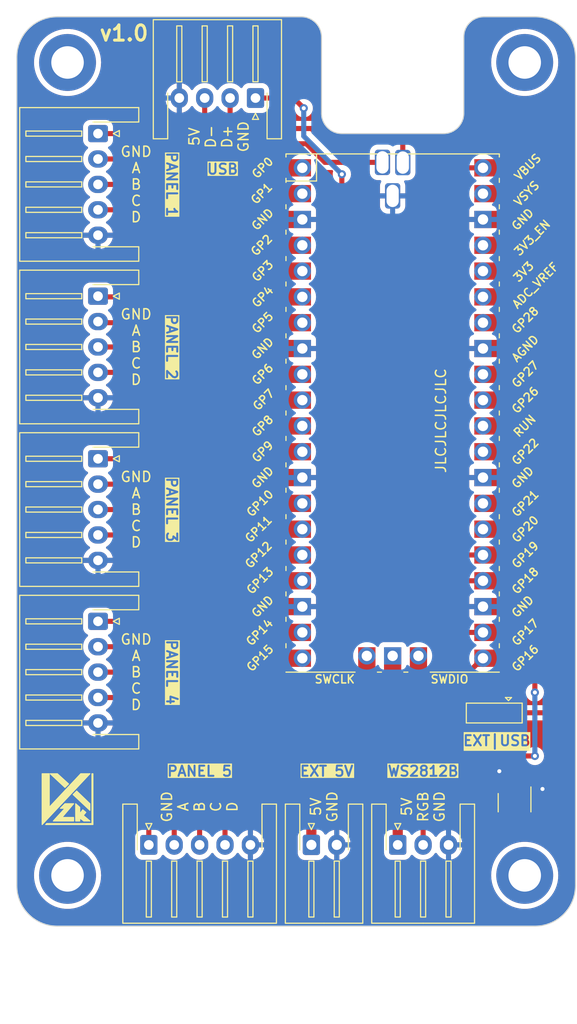
<source format=kicad_pcb>
(kicad_pcb (version 20221018) (generator pcbnew)
  (layers (0 "F.Cu" signal) (31 "B.Cu" signal) (34 "B.Paste" user) (35 "F.Paste" user) (36 "B.SilkS" user "B.Silkscreen") (37 "F.SilkS" user "F.Silkscreen") (38 "B.Mask" user) (39 "F.Mask" user) (44 "Edge.Cuts" user))
  (net 0 "")
  (net 1 "GND")
  (net 2 "PANEL1_A")
  (net 3 "PANEL1_B")
  (net 4 "PANEL1_C")
  (net 5 "PANEL1_D")
  (net 6 "PANEL2_A")
  (net 7 "PANEL2_B")
  (net 8 "PANEL2_C")
  (net 9 "PANEL2_D")
  (net 10 "PANEL3_A")
  (net 11 "PANEL3_B")
  (net 12 "PANEL3_C")
  (net 13 "PANEL3_D")
  (net 14 "PANEL4_A")
  (net 15 "PANEL4_B")
  (net 16 "PANEL4_C")
  (net 17 "PANEL4_D")
  (net 18 "PANEL5_A")
  (net 19 "PANEL5_B")
  (net 20 "PANEL5_C")
  (net 21 "PANEL5_D")
  (net 22 "+5V")
  (net 23 "D-")
  (net 24 "D+")
  (net 25 "RGB_OUT")
  (net 30 "Net-(U1-GPIO21)")
  (net 40 "+5VD")
  (net 41 "+5VP")
  (footprint "MountingHole:MountingHole_3.2mm_M3_DIN965_Pad" (layer "F.Cu") (at 135 50)
    (fp_text reference "H1" hide)
    (fp_text value "MountingHole")
    (pad "1" thru_hole circle (at 0 0) (size 5.6 5.6) (drill 3.2) (layers "*.Cu" "*.Mask"))
  )
  (footprint "Jumper:SolderJumper-3_P2.0mm_Open_TrianglePad1.0x1.5mm" (layer "F.Cu") (at 132 114 180)
    (fp_text reference "JP1" hide)
    (fp_text value "Jumper_3_Open")
    (pad "1" smd custom (at -2 0 180) (size 0.3 0.3) (layers "F.Cu" "F.Mask") (net 22 "+5V") (options (clearance outline) (anchor rect)) (primitives (gr_poly (pts (xy 1 0) (xy 0.5 0.75) (xy -0.5 0.75) (xy -0.5 -0.75) (xy 0.5 -0.75)) (width 0) (fill yes))))
    (pad "2" smd custom (at 0 0 180) (size 0.3 0.3) (layers "F.Cu") (net 40 "+5VD") (options (clearance outline) (anchor rect)) (primitives (gr_poly (pts (xy 0.7 0) (xy 1.2 0.75) (xy -1.2 0.75) (xy -0.7 0) (xy -1.2 -0.75) (xy 1.2 -0.75)) (width 0) (fill yes))))
    (pad "3" smd custom (at 2 0) (size 0.3 0.3) (layers "F.Cu" "F.Mask") (net 41 "+5VP") (options (clearance outline) (anchor rect)) (primitives (gr_poly (pts (xy 1 0) (xy 0.5 0.75) (xy -0.5 0.75) (xy -0.5 -0.75) (xy 0.5 -0.75)) (width 0) (fill yes))))
  )
  (footprint "Connector_JST:JST_XH_S2B-XH-A-1_1x02_P2.50mm_Horizontal" (layer "F.Cu") (at 114 127)
    (fp_text reference "J8" hide)
    (fp_text value "XH-2")
    (pad "1" thru_hole roundrect (at 0 0) (size 1.7 2) (drill 1) (layers "*.Cu" "*.Mask") (roundrect_rratio 0.1470588235) (net 41 "+5VP"))
    (pad "2" thru_hole oval (at 2.5 0) (size 1.7 2) (drill 1) (layers "*.Cu" "*.Mask") (net 1 "GND"))
  )
  (footprint "Connector_JST:JST_XH_S5B-XH-A-1_1x05_P2.50mm_Horizontal" (layer "F.Cu") (at 93 105 -90)
    (fp_text reference "J4" hide)
    (fp_text value "XH-5")
    (pad "1" thru_hole roundrect (at 0 0 270) (size 1.7 1.95) (drill 0.95) (layers "*.Cu" "*.Mask") (roundrect_rratio 0.1470588235) (net 14 "PANEL4_A"))
    (pad "2" thru_hole oval (at 2.5 0 270) (size 1.7 1.95) (drill 0.95) (layers "*.Cu" "*.Mask") (net 15 "PANEL4_B"))
    (pad "3" thru_hole oval (at 5 0 270) (size 1.7 1.95) (drill 0.95) (layers "*.Cu" "*.Mask") (net 16 "PANEL4_C"))
    (pad "4" thru_hole oval (at 7.5 0 270) (size 1.7 1.95) (drill 0.95) (layers "*.Cu" "*.Mask") (net 17 "PANEL4_D"))
    (pad "5" thru_hole oval (at 10 0 270) (size 1.7 1.95) (drill 0.95) (layers "*.Cu" "*.Mask") (net 1 "GND"))
  )
  (footprint "Connector_JST:JST_XH_S5B-XH-A-1_1x05_P2.50mm_Horizontal" (layer "F.Cu") (at 93 57 -90)
    (fp_text reference "J1" hide)
    (fp_text value "XH-5")
    (pad "1" thru_hole roundrect (at 0 0 270) (size 1.7 1.95) (drill 0.95) (layers "*.Cu" "*.Mask") (roundrect_rratio 0.1470588235) (net 2 "PANEL1_A"))
    (pad "2" thru_hole oval (at 2.5 0 270) (size 1.7 1.95) (drill 0.95) (layers "*.Cu" "*.Mask") (net 3 "PANEL1_B"))
    (pad "3" thru_hole oval (at 5 0 270) (size 1.7 1.95) (drill 0.95) (layers "*.Cu" "*.Mask") (net 4 "PANEL1_C"))
    (pad "4" thru_hole oval (at 7.5 0 270) (size 1.7 1.95) (drill 0.95) (layers "*.Cu" "*.Mask") (net 5 "PANEL1_D"))
    (pad "5" thru_hole oval (at 10 0 270) (size 1.7 1.95) (drill 0.95) (layers "*.Cu" "*.Mask") (net 1 "GND"))
  )
  (footprint "MountingHole:MountingHole_3.2mm_M3_DIN965_Pad" (layer "F.Cu") (at 90 130)
    (fp_text reference "H3" hide)
    (fp_text value "MountingHole")
    (pad "1" thru_hole circle (at 0 0) (size 5.6 5.6) (drill 3.2) (layers "*.Cu" "*.Mask"))
  )
  (footprint "MountingHole:MountingHole_3.2mm_M3_DIN965_Pad" (layer "F.Cu") (at 90 50)
    (fp_text reference "H4" hide)
    (fp_text value "MountingHole")
    (pad "1" thru_hole circle (at 0 0) (size 5.6 5.6) (drill 3.2) (layers "*.Cu" "*.Mask"))
  )
  (footprint "Connector_JST:JST_XH_S5B-XH-A-1_1x05_P2.50mm_Horizontal" (layer "F.Cu") (at 93 89 -90)
    (fp_text reference "J3" hide)
    (fp_text value "XH-5")
    (pad "1" thru_hole roundrect (at 0 0 270) (size 1.7 1.95) (drill 0.95) (layers "*.Cu" "*.Mask") (roundrect_rratio 0.1470588235) (net 10 "PANEL3_A"))
    (pad "2" thru_hole oval (at 2.5 0 270) (size 1.7 1.95) (drill 0.95) (layers "*.Cu" "*.Mask") (net 11 "PANEL3_B"))
    (pad "3" thru_hole oval (at 5 0 270) (size 1.7 1.95) (drill 0.95) (layers "*.Cu" "*.Mask") (net 12 "PANEL3_C"))
    (pad "4" thru_hole oval (at 7.5 0 270) (size 1.7 1.95) (drill 0.95) (layers "*.Cu" "*.Mask") (net 13 "PANEL3_D"))
    (pad "5" thru_hole oval (at 10 0 270) (size 1.7 1.95) (drill 0.95) (layers "*.Cu" "*.Mask") (net 1 "GND"))
  )
  (footprint "Connector_JST:JST_XH_S5B-XH-A-1_1x05_P2.50mm_Horizontal" (layer "F.Cu") (at 98 127)
    (fp_text reference "J5" hide)
    (fp_text value "XH-5")
    (pad "1" thru_hole roundrect (at 0 0) (size 1.7 1.95) (drill 0.95) (layers "*.Cu" "*.Mask") (roundrect_rratio 0.1470588235) (net 18 "PANEL5_A"))
    (pad "2" thru_hole oval (at 2.5 0) (size 1.7 1.95) (drill 0.95) (layers "*.Cu" "*.Mask") (net 19 "PANEL5_B"))
    (pad "3" thru_hole oval (at 5 0) (size 1.7 1.95) (drill 0.95) (layers "*.Cu" "*.Mask") (net 20 "PANEL5_C"))
    (pad "4" thru_hole oval (at 7.5 0) (size 1.7 1.95) (drill 0.95) (layers "*.Cu" "*.Mask") (net 21 "PANEL5_D"))
    (pad "5" thru_hole oval (at 10 0) (size 1.7 1.95) (drill 0.95) (layers "*.Cu" "*.Mask") (net 1 "GND"))
  )
  (footprint "Connector_JST:JST_XH_S4B-XH-A-1_1x04_P2.50mm_Horizontal" (layer "F.Cu") (at 108.5 53.5 180)
    (fp_text reference "J6" hide)
    (fp_text value "XH-4")
    (pad "1" thru_hole roundrect (at 0 0 180) (size 1.7 1.95) (drill 0.95) (layers "*.Cu" "*.Mask") (roundrect_rratio 0.1470588235) (net 22 "+5V"))
    (pad "2" thru_hole oval (at 2.5 0 180) (size 1.7 1.95) (drill 0.95) (layers "*.Cu" "*.Mask") (net 23 "D-"))
    (pad "3" thru_hole oval (at 5 0 180) (size 1.7 1.95) (drill 0.95) (layers "*.Cu" "*.Mask") (net 24 "D+"))
    (pad "4" thru_hole oval (at 7.5 0 180) (size 1.7 1.95) (drill 0.95) (layers "*.Cu" "*.Mask") (net 1 "GND"))
  )
  (footprint "Connector_JST:JST_XH_S3B-XH-A-1_1x03_P2.50mm_Horizontal" (layer "F.Cu") (at 122.5 127)
    (fp_text reference "J7" hide)
    (fp_text value "XH-3")
    (pad "1" thru_hole roundrect (at 0 0) (size 1.7 1.95) (drill 0.95) (layers "*.Cu" "*.Mask") (roundrect_rratio 0.1470588235) (net 40 "+5VD"))
    (pad "2" thru_hole oval (at 2.5 0) (size 1.7 1.95) (drill 0.95) (layers "*.Cu" "*.Mask") (net 25 "RGB_OUT"))
    (pad "3" thru_hole oval (at 5 0) (size 1.7 1.95) (drill 0.95) (layers "*.Cu" "*.Mask") (net 1 "GND"))
  )
  (footprint "Connector_JST:JST_XH_S5B-XH-A-1_1x05_P2.50mm_Horizontal" (layer "F.Cu") (at 93 73 -90)
    (fp_text reference "J2" hide)
    (fp_text value "XH-5")
    (pad "1" thru_hole roundrect (at 0 0 270) (size 1.7 1.95) (drill 0.95) (layers "*.Cu" "*.Mask") (roundrect_rratio 0.1470588235) (net 6 "PANEL2_A"))
    (pad "2" thru_hole oval (at 2.5 0 270) (size 1.7 1.95) (drill 0.95) (layers "*.Cu" "*.Mask") (net 7 "PANEL2_B"))
    (pad "3" thru_hole oval (at 5 0 270) (size 1.7 1.95) (drill 0.95) (layers "*.Cu" "*.Mask") (net 8 "PANEL2_C"))
    (pad "4" thru_hole oval (at 7.5 0 270) (size 1.7 1.95) (drill 0.95) (layers "*.Cu" "*.Mask") (net 9 "PANEL2_D"))
    (pad "5" thru_hole oval (at 10 0 270) (size 1.7 1.95) (drill 0.95) (layers "*.Cu" "*.Mask") (net 1 "GND"))
  )
  (footprint "MountingHole:MountingHole_3.2mm_M3_DIN965_Pad" (layer "F.Cu") (at 135 130)
    (fp_text reference "H2" hide)
    (fp_text value "MountingHole")
    (pad "1" thru_hole circle (at 0 0) (size 5.6 5.6) (drill 3.2) (layers "*.Cu" "*.Mask"))
  )
  (footprint "VXZK:vxzk_logo" (layer "F.Cu") (at 90 122.5)
    (fp_text reference "G***" hide)
    (fp_text value "LOGO" hide)
  )
  (footprint "Package_TO_SOT_SMD:SOT-23-5_HandSoldering" (layer "F.Cu") (at 134 122.85 -90)
    (fp_text reference "U2" hide)
    (fp_text value "74AHCT1G125")
    (pad "1" smd rect (at -1.35 -0.95 270) (size 1.56 0.65) (layers "F.Cu" "F.Paste" "F.Mask") (net 1 "GND"))
    (pad "2" smd rect (at -1.35 0 270) (size 1.56 0.65) (layers "F.Cu" "F.Paste" "F.Mask") (net 30 "Net-(U1-GPIO21)"))
    (pad "3" smd rect (at -1.35 0.95 270) (size 1.56 0.65) (layers "F.Cu" "F.Paste" "F.Mask") (net 1 "GND"))
    (pad "4" smd rect (at 1.35 0.95 270) (size 1.56 0.65) (layers "F.Cu" "F.Paste" "F.Mask") (net 25 "RGB_OUT"))
    (pad "5" smd rect (at 1.35 -0.95 270) (size 1.56 0.65) (layers "F.Cu" "F.Paste" "F.Mask") (net 40 "+5VD"))
  )
  (footprint "MCU_RaspberryPi_and_Boards:RPi_Pico_SMD_TH" (layer "F.Cu") (at 122 84.5)
    (fp_text reference "U1" hide)
    (fp_text value "Pico")
    (fp_text user "GP15" (at -13.054 24.13 45) (layer "F.SilkS") (effects (font (size 0.8 0.8))))
    (fp_text user "VBUS" (at 13.3 -24.2 45) (layer "F.SilkS") (effects (font (size 0.8 0.8))))
    (fp_text user "GP14" (at -13.1 21.59 45) (layer "F.SilkS") (effects (font (size 0.8 0.8))))
    (fp_text user "GP21" (at 13.054 8.9 45) (layer "F.SilkS") (effects (font (size 0.8 0.8))))
    (fp_text user "GP22" (at 13.054 3.81 45) (layer "F.SilkS") (effects (font (size 0.8 0.8))))
    (fp_text user "GP12" (at -13.2 13.97 45) (layer "F.SilkS") (effects (font (size 0.8 0.8))))
    (fp_text user "GP5" (at -12.8 -8.89 45) (layer "F.SilkS") (effects (font (size 0.8 0.8))))
    (fp_text user "GP7" (at -12.7 -1.3 45) (layer "F.SilkS") (effects (font (size 0.8 0.8))))
    (fp_text user "GP19" (at 13.054 13.97 45) (layer "F.SilkS") (effects (font (size 0.8 0.8))))
    (fp_text user "3V3" (at 12.9 -13.9 45) (layer "F.SilkS") (effects (font (size 0.8 0.8))))
    (fp_text user "GP11" (at -13.2 11.43 45) (layer "F.SilkS") (effects (font (size 0.8 0.8))))
    (fp_text user "SWDIO" (at 5.6 26.2) (layer "F.SilkS") (effects (font (size 0.8 0.8))))
    (fp_text user "3V3_EN" (at 13.75 -17.25 45) (layer "F.SilkS") (effects (font (size 0.8 0.8))))
    (fp_text user "GP8" (at -12.8 1.27 45) (layer "F.SilkS") (effects (font (size 0.8 0.8))))
    (fp_text user "GP1" (at -12.9 -21.6 45) (layer "F.SilkS") (effects (font (size 0.8 0.8))))
    (fp_text user "GP2" (at -12.9 -16.51 45) (layer "F.SilkS") (effects (font (size 0.8 0.8))))
    (fp_text user "GP18" (at 13.054 16.51 45) (layer "F.SilkS") (effects (font (size 0.8 0.8))))
    (fp_text user "VSYS" (at 13.2 -21.59 45) (layer "F.SilkS") (effects (font (size 0.8 0.8))))
    (fp_text user "RUN" (at 13 1.27 45) (layer "F.SilkS") (effects (font (size 0.8 0.8))))
    (fp_text user "GND" (at 12.8 6.35 45) (layer "F.SilkS") (effects (font (size 0.8 0.8))))
    (fp_text user "GP10" (at -13.054 8.89 45) (layer "F.SilkS") (effects (font (size 0.8 0.8))))
    (fp_text user "GP28" (at 13.054 -9.144 45) (layer "F.SilkS") (effects (font (size 0.8 0.8))))
    (fp_text user "GND" (at 12.8 -19.05 45) (layer "F.SilkS") (effects (font (size 0.8 0.8))))
    (fp_text user "GND" (at -12.8 6.35 45) (layer "F.SilkS") (effects (font (size 0.8 0.8))))
    (fp_text user "GP13" (at -13.054 16.51 45) (layer "F.SilkS") (effects (font (size 0.8 0.8))))
    (fp_text user "GP16" (at 13.054 24.13 45) (layer "F.SilkS") (effects (font (size 0.8 0.8))))
    (fp_text user "GP20" (at 13.054 11.43 45) (layer "F.SilkS") (effects (font (size 0.8 0.8))))
    (fp_text user "GP9" (at -12.8 3.81 45) (layer "F.SilkS") (effects (font (size 0.8 0.8))))
    (fp_text user "GP4" (at -12.8 -11.43 45) (layer "F.SilkS") (effects (font (size 0.8 0.8))))
    (fp_text user "GP26" (at 13.054 -1.27 45) (layer "F.SilkS") (effects (font (size 0.8 0.8))))
    (fp_text user "GND" (at -12.8 -6.35 45) (layer "F.SilkS") (effects (font (size 0.8 0.8))))
    (fp_text user "GP0" (at -12.8 -24.13 45) (layer "F.SilkS") (effects (font (size 0.8 0.8))))
    (fp_text user "GND" (at -12.8 19.05 45) (layer "F.SilkS") (effects (font (size 0.8 0.8))))
    (fp_text user "GP6" (at -12.8 -3.81 45) (layer "F.SilkS") (effects (font (size 0.8 0.8))))
    (fp_text user "GND" (at -12.8 -19.05 45) (layer "F.SilkS") (effects (font (size 0.8 0.8))))
    (fp_text user "GND" (at 12.8 19.05 45) (layer "F.SilkS") (effects (font (size 0.8 0.8))))
    (fp_text user "ADC_VREF" (at 14.05 -12.55 45) (layer "F.SilkS") (effects (font (size 0.8 0.8))))
    (fp_text user "GP27" (at 13.054 -3.8 45) (layer "F.SilkS") (effects (font (size 0.8 0.8))))
    (fp_text user "GP3" (at -12.8 -13.97 45) (layer "F.SilkS") (effects (font (size 0.8 0.8))))
    (fp_text user "SWCLK" (at -5.7 26.2) (layer "F.SilkS") (effects (font (size 0.8 0.8))))
    (fp_text user "GP17" (at 13.054 21.59 45) (layer "F.SilkS") (effects (font (size 0.8 0.8))))
    (fp_text user "AGND" (at 13.054 -6.35 45) (layer "F.SilkS") (effects (font (size 0.8 0.8))))
    (pad "1" thru_hole oval (at -8.89 -24.13) (size 1.7 1.7) (drill 1.02) (layers "*.Cu" "*.Mask") (net 2 "PANEL1_A"))
    (pad "1" smd rect (at -8.89 -24.13) (size 3.5 1.7) (drill (offset -0.9 0)) (layers "F.Cu" "F.Mask") (net 2 "PANEL1_A"))
    (pad "2" thru_hole oval (at -8.89 -21.59) (size 1.7 1.7) (drill 1.02) (layers "*.Cu" "*.Mask") (net 3 "PANEL1_B"))
    (pad "2" smd rect (at -8.89 -21.59) (size 3.5 1.7) (drill (offset -0.9 0)) (layers "F.Cu" "F.Mask") (net 3 "PANEL1_B"))
    (pad "3" thru_hole rect (at -8.89 -19.05) (size 1.7 1.7) (drill 1.02) (layers "*.Cu" "*.Mask") (net 1 "GND"))
    (pad "3" smd rect (at -8.89 -19.05) (size 3.5 1.7) (drill (offset -0.9 0)) (layers "F.Cu" "F.Mask") (net 1 "GND"))
    (pad "4" thru_hole oval (at -8.89 -16.51) (size 1.7 1.7) (drill 1.02) (layers "*.Cu" "*.Mask") (net 4 "PANEL1_C"))
    (pad "4" smd rect (at -8.89 -16.51) (size 3.5 1.7) (drill (offset -0.9 0)) (layers "F.Cu" "F.Mask") (net 4 "PANEL1_C"))
    (pad "5" thru_hole oval (at -8.89 -13.97) (size 1.7 1.7) (drill 1.02) (layers "*.Cu" "*.Mask") (net 5 "PANEL1_D"))
    (pad "5" smd rect (at -8.89 -13.97) (size 3.5 1.7) (drill (offset -0.9 0)) (layers "F.Cu" "F.Mask") (net 5 "PANEL1_D"))
    (pad "6" thru_hole oval (at -8.89 -11.43) (size 1.7 1.7) (drill 1.02) (layers "*.Cu" "*.Mask") (net 6 "PANEL2_A"))
    (pad "6" smd rect (at -8.89 -11.43) (size 3.5 1.7) (drill (offset -0.9 0)) (layers "F.Cu" "F.Mask") (net 6 "PANEL2_A"))
    (pad "7" thru_hole oval (at -8.89 -8.89) (size 1.7 1.7) (drill 1.02) (layers "*.Cu" "*.Mask") (net 7 "PANEL2_B"))
    (pad "7" smd rect (at -8.89 -8.89) (size 3.5 1.7) (drill (offset -0.9 0)) (layers "F.Cu" "F.Mask") (net 7 "PANEL2_B"))
    (pad "8" thru_hole rect (at -8.89 -6.35) (size 1.7 1.7) (drill 1.02) (layers "*.Cu" "*.Mask") (net 1 "GND"))
    (pad "8" smd rect (at -8.89 -6.35) (size 3.5 1.7) (drill (offset -0.9 0)) (layers "F.Cu" "F.Mask") (net 1 "GND"))
    (pad "9" thru_hole oval (at -8.89 -3.81) (size 1.7 1.7) (drill 1.02) (layers "*.Cu" "*.Mask") (net 8 "PANEL2_C"))
    (pad "9" smd rect (at -8.89 -3.81) (size 3.5 1.7) (drill (offset -0.9 0)) (layers "F.Cu" "F.Mask") (net 8 "PANEL2_C"))
    (pad "10" thru_hole oval (at -8.89 -1.27) (size 1.7 1.7) (drill 1.02) (layers "*.Cu" "*.Mask") (net 9 "PANEL2_D"))
    (pad "10" smd rect (at -8.89 -1.27) (size 3.5 1.7) (drill (offset -0.9 0)) (layers "F.Cu" "F.Mask") (net 9 "PANEL2_D"))
    (pad "11" thru_hole oval (at -8.89 1.27) (size 1.7 1.7) (drill 1.02) (layers "*.Cu" "*.Mask") (net 10 "PANEL3_A"))
    (pad "11" smd rect (at -8.89 1.27) (size 3.5 1.7) (drill (offset -0.9 0)) (layers "F.Cu" "F.Mask") (net 10 "PANEL3_A"))
    (pad "12" thru_hole oval (at -8.89 3.81) (size 1.7 1.7) (drill 1.02) (layers "*.Cu" "*.Mask") (net 11 "PANEL3_B"))
    (pad "12" smd rect (at -8.89 3.81) (size 3.5 1.7) (drill (offset -0.9 0)) (layers "F.Cu" "F.Mask") (net 11 "PANEL3_B"))
    (pad "13" thru_hole rect (at -8.89 6.35) (size 1.7 1.7) (drill 1.02) (layers "*.Cu" "*.Mask") (net 1 "GND"))
    (pad "13" smd rect (at -8.89 6.35) (size 3.5 1.7) (drill (offset -0.9 0)) (layers "F.Cu" "F.Mask") (net 1 "GND"))
    (pad "14" thru_hole oval (at -8.89 8.89) (size 1.7 1.7) (drill 1.02) (layers "*.Cu" "*.Mask") (net 12 "PANEL3_C"))
    (pad "14" smd rect (at -8.89 8.89) (size 3.5 1.7) (drill (offset -0.9 0)) (layers "F.Cu" "F.Mask") (net 12 "PANEL3_C"))
    (pad "15" thru_hole oval (at -8.89 11.43) (size 1.7 1.7) (drill 1.02) (layers "*.Cu" "*.Mask") (net 13 "PANEL3_D"))
    (pad "15" smd rect (at -8.89 11.43) (size 3.5 1.7) (drill (offset -0.9 0)) (layers "F.Cu" "F.Mask") (net 13 "PANEL3_D"))
    (pad "16" thru_hole oval (at -8.89 13.97) (size 1.7 1.7) (drill 1.02) (layers "*.Cu" "*.Mask") (net 14 "PANEL4_A"))
    (pad "16" smd rect (at -8.89 13.97) (size 3.5 1.7) (drill (offset -0.9 0)) (layers "F.Cu" "F.Mask") (net 14 "PANEL4_A"))
    (pad "17" thru_hole oval (at -8.89 16.51) (size 1.7 1.7) (drill 1.02) (layers "*.Cu" "*.Mask") (net 15 "PANEL4_B"))
    (pad "17" smd rect (at -8.89 16.51) (size 3.5 1.7) (drill (offset -0.9 0)) (layers "F.Cu" "F.Mask") (net 15 "PANEL4_B"))
    (pad "18" thru_hole rect (at -8.89 19.05) (size 1.7 1.7) (drill 1.02) (layers "*.Cu" "*.Mask") (net 1 "GND"))
    (pad "18" smd rect (at -8.89 19.05) (size 3.5 1.7) (drill (offset -0.9 0)) (layers "F.Cu" "F.Mask") (net 1 "GND"))
    (pad "19" thru_hole oval (at -8.89 21.59) (size 1.7 1.7) (drill 1.02) (layers "*.Cu" "*.Mask") (net 16 "PANEL4_C"))
    (pad "19" smd rect (at -8.89 21.59) (size 3.5 1.7) (drill (offset -0.9 0)) (layers "F.Cu" "F.Mask") (net 16 "PANEL4_C"))
    (pad "20" thru_hole oval (at -8.89 24.13) (size 1.7 1.7) (drill 1.02) (layers "*.Cu" "*.Mask") (net 17 "PANEL4_D"))
    (pad "20" smd rect (at -8.89 24.13) (size 3.5 1.7) (drill (offset -0.9 0)) (layers "F.Cu" "F.Mask") (net 17 "PANEL4_D"))
    (pad "21" thru_hole oval (at 8.89 24.13) (size 1.7 1.7) (drill 1.02) (layers "*.Cu" "*.Mask") (net 21 "PANEL5_D"))
    (pad "21" smd rect (at 8.89 24.13) (size 3.5 1.7) (drill (offset 0.9 0)) (layers "F.Cu" "F.Mask") (net 21 "PANEL5_D"))
    (pad "22" thru_hole oval (at 8.89 21.59) (size 1.7 1.7) (drill 1.02) (layers "*.Cu" "*.Mask") (net 20 "PANEL5_C"))
    (pad "22" smd rect (at 8.89 21.59) (size 3.5 1.7) (drill (offset 0.9 0)) (layers "F.Cu" "F.Mask") (net 20 "PANEL5_C"))
    (pad "23" thru_hole rect (at 8.89 19.05) (size 1.7 1.7) (drill 1.02) (layers "*.Cu" "*.Mask") (net 1 "GND"))
    (pad "23" smd rect (at 8.89 19.05) (size 3.5 1.7) (drill (offset 0.9 0)) (layers "F.Cu" "F.Mask") (net 1 "GND"))
    (pad "24" thru_hole oval (at 8.89 16.51) (size 1.7 1.7) (drill 1.02) (layers "*.Cu" "*.Mask") (net 19 "PANEL5_B"))
    (pad "24" smd rect (at 8.89 16.51) (size 3.5 1.7) (drill (offset 0.9 0)) (layers "F.Cu" "F.Mask") (net 19 "PANEL5_B"))
    (pad "25" thru_hole oval (at 8.89 13.97) (size 1.7 1.7) (drill 1.02) (layers "*.Cu" "*.Mask") (net 18 "PANEL5_A"))
    (pad "25" smd rect (at 8.89 13.97) (size 3.5 1.7) (drill (offset 0.9 0)) (layers "F.Cu" "F.Mask") (net 18 "PANEL5_A"))
    (pad "26" thru_hole oval (at 8.89 11.43) (size 1.7 1.7) (drill 1.02) (layers "*.Cu" "*.Mask"))
    (pad "26" smd rect (at 8.89 11.43) (size 3.5 1.7) (drill (offset 0.9 0)) (layers "F.Cu" "F.Mask"))
    (pad "27" thru_hole oval (at 8.89 8.89) (size 1.7 1.7) (drill 1.02) (layers "*.Cu" "*.Mask") (net 30 "Net-(U1-GPIO21)"))
    (pad "27" smd rect (at 8.89 8.89) (size 3.5 1.7) (drill (offset 0.9 0)) (layers "F.Cu" "F.Mask") (net 30 "Net-(U1-GPIO21)"))
    (pad "28" thru_hole rect (at 8.89 6.35) (size 1.7 1.7) (drill 1.02) (layers "*.Cu" "*.Mask") (net 1 "GND"))
    (pad "28" smd rect (at 8.89 6.35) (size 3.5 1.7) (drill (offset 0.9 0)) (layers "F.Cu" "F.Mask") (net 1 "GND"))
    (pad "29" thru_hole oval (at 8.89 3.81) (size 1.7 1.7) (drill 1.02) (layers "*.Cu" "*.Mask"))
    (pad "29" smd rect (at 8.89 3.81) (size 3.5 1.7) (drill (offset 0.9 0)) (layers "F.Cu" "F.Mask"))
    (pad "30" thru_hole oval (at 8.89 1.27) (size 1.7 1.7) (drill 1.02) (layers "*.Cu" "*.Mask"))
    (pad "30" smd rect (at 8.89 1.27) (size 3.5 1.7) (drill (offset 0.9 0)) (layers "F.Cu" "F.Mask"))
    (pad "31" thru_hole oval (at 8.89 -1.27) (size 1.7 1.7) (drill 1.02) (layers "*.Cu" "*.Mask"))
    (pad "31" smd rect (at 8.89 -1.27) (size 3.5 1.7) (drill (offset 0.9 0)) (layers "F.Cu" "F.Mask"))
    (pad "32" thru_hole oval (at 8.89 -3.81) (size 1.7 1.7) (drill 1.02) (layers "*.Cu" "*.Mask"))
    (pad "32" smd rect (at 8.89 -3.81) (size 3.5 1.7) (drill (offset 0.9 0)) (layers "F.Cu" "F.Mask"))
    (pad "33" thru_hole rect (at 8.89 -6.35) (size 1.7 1.7) (drill 1.02) (layers "*.Cu" "*.Mask") (net 1 "GND"))
    (pad "33" smd rect (at 8.89 -6.35) (size 3.5 1.7) (drill (offset 0.9 0)) (layers "F.Cu" "F.Mask") (net 1 "GND"))
    (pad "34" thru_hole oval (at 8.89 -8.89) (size 1.7 1.7) (drill 1.02) (layers "*.Cu" "*.Mask"))
    (pad "34" smd rect (at 8.89 -8.89) (size 3.5 1.7) (drill (offset 0.9 0)) (layers "F.Cu" "F.Mask"))
    (pad "35" thru_hole oval (at 8.89 -11.43) (size 1.7 1.7) (drill 1.02) (layers "*.Cu" "*.Mask"))
    (pad "35" smd rect (at 8.89 -11.43) (size 3.5 1.7) (drill (offset 0.9 0)) (layers "F.Cu" "F.Mask"))
    (pad "36" thru_hole oval (at 8.89 -13.97) (size 1.7 1.7) (drill 1.02) (layers "*.Cu" "*.Mask"))
    (pad "36" smd rect (at 8.89 -13.97) (size 3.5 1.7) (drill (offset 0.9 0)) (layers "F.Cu" "F.Mask"))
    (pad "37" thru_hole oval (at 8.89 -16.51) (size 1.7 1.7) (drill 1.02) (layers "*.Cu" "*.Mask"))
    (pad "37" smd rect (at 8.89 -16.51) (size 3.5 1.7) (drill (offset 0.9 0)) (layers "F.Cu" "F.Mask"))
    (pad "38" thru_hole rect (at 8.89 -19.05) (size 1.7 1.7) (drill 1.02) (layers "*.Cu" "*.Mask") (net 1 "GND"))
    (pad "38" smd rect (at 8.89 -19.05) (size 3.5 1.7) (drill (offset 0.9 0)) (layers "F.Cu" "F.Mask") (net 1 "GND"))
    (pad "39" thru_hole oval (at 8.89 -21.59) (size 1.7 1.7) (drill 1.02) (layers "*.Cu" "*.Mask"))
    (pad "39" smd rect (at 8.89 -21.59) (size 3.5 1.7) (drill (offset 0.9 0)) (layers "F.Cu" "F.Mask"))
    (pad "40" thru_hole oval (at 8.89 -24.13) (size 1.7 1.7) (drill 1.02) (layers "*.Cu" "*.Mask") (net 22 "+5V"))
    (pad "40" smd rect (at 8.89 -24.13) (size 3.5 1.7) (drill (offset 0.9 0)) (layers "F.Cu" "F.Mask") (net 22 "+5V"))
    (pad "41" thru_hole oval (at -2.54 23.9) (size 1.7 1.7) (drill 1.02) (layers "*.Cu" "*.Mask"))
    (pad "41" smd rect (at -2.54 23.9 90) (size 3.5 1.7) (drill (offset -0.9 0)) (layers "F.Cu" "F.Mask"))
    (pad "42" thru_hole rect (at 0 23.9) (size 1.7 1.7) (drill 1.02) (layers "*.Cu" "*.Mask"))
    (pad "42" smd rect (at 0 23.9 90) (size 3.5 1.7) (drill (offset -0.9 0)) (layers "F.Cu" "F.Mask"))
    (pad "43" thru_hole oval (at 2.54 23.9) (size 1.7 1.7) (drill 1.02) (layers "*.Cu" "*.Mask"))
    (pad "43" smd rect (at 2.54 23.9 90) (size 3.5 1.7) (drill (offset -0.9 0)) (layers "F.Cu" "F.Mask"))
    (pad "TP1" thru_hole roundrect (at 0 -21.37) (size 1.5 2.5) (drill oval 1.2 2.2) (layers "*.Cu" "*.Mask") (roundrect_rratio 0.2) (net 1 "GND"))
    (pad "TP2" thru_hole roundrect (at 1 -24.65) (size 1.5 2.5) (drill oval 1.2 2.2) (layers "*.Cu" "*.Mask") (roundrect_rratio 0.2) (net 23 "D-"))
    (pad "TP3" thru_hole roundrect (at -1 -24.67) (size 1.5 2.5) (drill oval 1.2 2.2) (layers "*.Cu" "*.Mask") (roundrect_rratio 0.2) (net 24 "D+"))
  )
  (gr_arc (start 140 131) (mid 138.828427 133.828427) (end 136 135) (stroke (width 0.1)) (layer "Edge.Cuts"))
  (gr_arc (start 128.999999 54.999999) (mid 128.414213 56.414213) (end 126.999999 56.999999) (stroke (width 0.1)) (layer "Edge.Cuts"))
  (gr_arc (start 112.999999 45.500001) (mid 114.414213 46.085787) (end 114.999999 47.500001) (stroke (width 0.1)) (layer "Edge.Cuts"))
  (gr_line (start 117 57) (end 127 57) (stroke (width 0.1)) (layer "Edge.Cuts"))
  (gr_arc (start 85 49.5) (mid 86.171573 46.671573) (end 89 45.5) (stroke (width 0.1)) (layer "Edge.Cuts"))
  (gr_line (start 114.999999 47.500001) (end 115 55) (stroke (width 0.1)) (layer "Edge.Cuts"))
  (gr_arc (start 117 57) (mid 115.585786 56.414214) (end 115 55) (stroke (width 0.1)) (layer "Edge.Cuts"))
  (gr_line (start 131.000001 45.500001) (end 136 45.5) (stroke (width 0.1)) (layer "Edge.Cuts"))
  (gr_arc (start 136 45.5) (mid 138.828427 46.671573) (end 140 49.5) (stroke (width 0.1)) (layer "Edge.Cuts"))
  (gr_line (start 140 131) (end 140 49.5) (stroke (width 0.1)) (layer "Edge.Cuts"))
  (gr_arc (start 129.000001 47.500001) (mid 129.585787 46.085787) (end 131.000001 45.500001) (stroke (width 0.1)) (layer "Edge.Cuts"))
  (gr_line (start 85 49.5) (end 85 131) (stroke (width 0.1)) (layer "Edge.Cuts"))
  (gr_line (start 89 135) (end 136 135) (stroke (width 0.1)) (layer "Edge.Cuts"))
  (gr_line (start 128.999999 54.999999) (end 129.000001 47.500001) (stroke (width 0.1)) (layer "Edge.Cuts"))
  (gr_line (start 112.999999 45.500001) (end 89 45.5) (stroke (width 0.1)) (layer "Edge.Cuts"))
  (gr_arc (start 89 135) (mid 86.171573 133.828427) (end 85 131) (stroke (width 0.1)) (layer "Edge.Cuts"))
  (gr_text "PANEL 5" (at 103 119.75) (layer "F.SilkS" knockout) (effects (font (size 1 1) (thickness 0.2) bold)))
  (gr_text "EXT|USB" (at 132.25 116.75) (layer "F.SilkS" knockout) (effects (font (size 1 1) (thickness 0.2) bold)))
  (gr_text "5V\nD-\nD+\nGND" (at 104.9 57.3 90) (layer "F.SilkS") (effects (font (size 1 1))))
  (gr_text "JLCJLCJLCJLC" (at 126.75 85.25 90) (layer "F.SilkS") (effects (font (size 1 1))))
  (gr_text "USB" (at 105.25 60.5) (layer "F.SilkS" knockout) (effects (font (size 1 1) (thickness 0.2) bold)))
  (gr_text "GND\nA\nB\nC\nD" (at 96.75 94) (layer "F.SilkS") (effects (font (size 1 1))))
  (gr_text "PANEL 1" (at 100.25 62 270) (layer "F.SilkS" knockout) (effects (font (size 1 1) (thickness 0.2) bold)))
  (gr_text "PANEL 4" (at 100.25 110 270) (layer "F.SilkS" knockout) (effects (font (size 1 1) (thickness 0.2) bold)))
  (gr_text "PANEL 2" (at 100.25 78 270) (layer "F.SilkS" knockout) (effects (font (size 1 1) (thickness 0.2) bold)))
  (gr_text "GND\nA\nB\nC\nD" (at 96.75 62) (layer "F.SilkS") (effects (font (size 1 1))))
  (gr_text "5V\nRGB\nGND" (at 125 123.25 90) (layer "F.SilkS") (effects (font (size 1 1))))
  (gr_text "WS2812B" (at 125 119.75) (layer "F.SilkS" knockout) (effects (font (size 1 1) (thickness 0.2) bold)))
  (gr_text "GND\nA\nB\nC\nD" (at 96.75 78) (layer "F.SilkS") (effects (font (size 1 1))))
  (gr_text "v1.0" (at 93 48) (layer "F.SilkS") (effects (font (size 1.5 1.5) (thickness 0.3) bold) (justify left bottom)))
  (gr_text "GND\nA\nB\nC\nD" (at 96.75 110) (layer "F.SilkS") (effects (font (size 1 1))))
  (gr_text "EXT 5V" (at 115.5 119.75) (layer "F.SilkS" knockout) (effects (font (size 1 1) (thickness 0.2) bold)))
  (gr_text "GND\nA\nB\nC\nD" (at 103 123.25 90) (layer "F.SilkS") (effects (font (size 1 1))))
  (gr_text "PANEL 3" (at 100.25 94 270) (layer "F.SilkS" knockout) (effects (font (size 1 1) (thickness 0.2) bold)))
  (gr_text "5V\nGND" (at 115.25 123.25 90) (layer "F.SilkS") (effects (font (size 1 1))))
  (via (at 132.5 119.75) (size 0.8) (drill 0.4) (layers "F.Cu" "B.Cu") (net 1))
  (via (at 136.75 121.5) (size 0.8) (drill 0.4) (layers "F.Cu" "B.Cu") (net 1))
  (segment (start 113.11 60.37) (end 103.12 60.37) (width 0.5) (layer "F.Cu") (net 2))
  (segment (start 103.12 60.37) (end 99.75 57) (width 0.5) (layer "F.Cu") (net 2))
  (segment (start 99.75 57) (end 93 57) (width 0.5) (layer "F.Cu") (net 2))
  (segment (start 113.11 62.91) (end 103.16 62.91) (width 0.5) (layer "F.Cu") (net 3))
  (segment (start 103.16 62.91) (end 99.75 59.5) (width 0.5) (layer "F.Cu") (net 3))
  (segment (start 99.75 59.5) (end 93 59.5) (width 0.5) (layer "F.Cu") (net 3))
  (segment (start 105.74 67.99) (end 99.75 62) (width 0.5) (layer "F.Cu") (net 4))
  (segment (start 99.75 62) (end 93 62) (width 0.5) (layer "F.Cu") (net 4))
  (segment (start 113.11 67.99) (end 105.74 67.99) (width 0.5) (layer "F.Cu") (net 4))
  (segment (start 113.11 70.53) (end 105.53 70.53) (width 0.5) (layer "F.Cu") (net 5))
  (segment (start 105.53 70.53) (end 99.5 64.5) (width 0.5) (layer "F.Cu") (net 5))
  (segment (start 99.5 64.5) (end 93 64.5) (width 0.5) (layer "F.Cu") (net 5))
  (segment (start 113.11 73.07) (end 93.07 73.07) (width 0.5) (layer "F.Cu") (net 6))
  (segment (start 93.07 73.07) (end 93 73) (width 0.5) (layer "F.Cu") (net 6))
  (segment (start 113.11 75.61) (end 93.11 75.61) (width 0.5) (layer "F.Cu") (net 7))
  (segment (start 93.11 75.61) (end 93 75.5) (width 0.5) (layer "F.Cu") (net 7))
  (segment (start 100.19 80.69) (end 97.5 78) (width 0.5) (layer "F.Cu") (net 8))
  (segment (start 113.11 80.69) (end 100.19 80.69) (width 0.5) (layer "F.Cu") (net 8))
  (segment (start 97.5 78) (end 93 78) (width 0.5) (layer "F.Cu") (net 8))
  (segment (start 100.23 83.23) (end 97.5 80.5) (width 0.5) (layer "F.Cu") (net 9))
  (segment (start 97.5 80.5) (end 93 80.5) (width 0.5) (layer "F.Cu") (net 9))
  (segment (start 113.11 83.23) (end 100.23 83.23) (width 0.5) (layer "F.Cu") (net 9))
  (segment (start 98 89) (end 93 89) (width 0.5) (layer "F.Cu") (net 10))
  (segment (start 101.23 85.77) (end 98 89) (width 0.5) (layer "F.Cu") (net 10))
  (segment (start 113.11 85.77) (end 101.23 85.77) (width 0.5) (layer "F.Cu") (net 10))
  (segment (start 101.44 88.31) (end 98.25 91.5) (width 0.5) (layer "F.Cu") (net 11))
  (segment (start 98.25 91.5) (end 93 91.5) (width 0.5) (layer "F.Cu") (net 11))
  (segment (start 113.11 88.31) (end 101.44 88.31) (width 0.5) (layer "F.Cu") (net 11))
  (segment (start 98.25 94) (end 93 94) (width 0.5) (layer "F.Cu") (net 12))
  (segment (start 98.86 93.39) (end 98.25 94) (width 0.5) (layer "F.Cu") (net 12))
  (segment (start 113.11 93.39) (end 98.86 93.39) (width 0.5) (layer "F.Cu") (net 12))
  (segment (start 98.82 95.93) (end 98.25 96.5) (width 0.5) (layer "F.Cu") (net 13))
  (segment (start 98.25 96.5) (end 93 96.5) (width 0.5) (layer "F.Cu") (net 13))
  (segment (start 113.11 95.93) (end 98.82 95.93) (width 0.5) (layer "F.Cu") (net 13))
  (segment (start 97.5 105) (end 93 105) (width 0.5) (layer "F.Cu") (net 14))
  (segment (start 113.11 98.47) (end 104.03 98.47) (width 0.5) (layer "F.Cu") (net 14))
  (segment (start 104.03 98.47) (end 97.5 105) (width 0.5) (layer "F.Cu") (net 14))
  (segment (start 113.11 101.01) (end 103.99 101.01) (width 0.5) (layer "F.Cu") (net 15))
  (segment (start 97.5 107.5) (end 93 107.5) (width 0.5) (layer "F.Cu") (net 15))
  (segment (start 103.99 101.01) (end 97.5 107.5) (width 0.5) (layer "F.Cu") (net 15))
  (segment (start 113.11 106.09) (end 101.41 106.09) (width 0.5) (layer "F.Cu") (net 16))
  (segment (start 101.41 106.09) (end 97.5 110) (width 0.5) (layer "F.Cu") (net 16))
  (segment (start 97.5 110) (end 93 110) (width 0.5) (layer "F.Cu") (net 16))
  (segment (start 101.37 108.63) (end 97.5 112.5) (width 0.5) (layer "F.Cu") (net 17))
  (segment (start 113.11 108.63) (end 101.37 108.63) (width 0.5) (layer "F.Cu") (net 17))
  (segment (start 97.5 112.5) (end 93 112.5) (width 0.5) (layer "F.Cu") (net 17))
  (segment (start 98 124) (end 108.5 113.5) (width 0.5) (layer "F.Cu") (net 18))
  (segment (start 123.03 98.47) (end 130.89 98.47) (width 0.5) (layer "F.Cu") (net 18))
  (segment (start 98 127) (end 98 124) (width 0.5) (layer "F.Cu") (net 18))
  (segment (start 108.5 113.5) (end 112 113.5) (width 0.5) (layer "F.Cu") (net 18))
  (segment (start 115.5 106) (end 123.03 98.47) (width 0.5) (layer "F.Cu") (net 18))
  (segment (start 112 113.5) (end 115.5 110) (width 0.5) (layer "F.Cu") (net 18))
  (segment (start 115.5 110) (end 115.5 106) (width 0.5) (layer "F.Cu") (net 18))
  (segment (start 100.5 123.5) (end 109 115) (width 0.5) (layer "F.Cu") (net 19))
  (segment (start 122.49 101.01) (end 130.89 101.01) (width 0.5) (layer "F.Cu") (net 19))
  (segment (start 117 106.5) (end 122.49 101.01) (width 0.5) (layer "F.Cu") (net 19))
  (segment (start 109 115) (end 113 115) (width 0.5) (layer "F.Cu") (net 19))
  (segment (start 100.5 127) (end 100.5 123.5) (width 0.5) (layer "F.Cu") (net 19))
  (segment (start 113 115) (end 117 111) (width 0.5) (layer "F.Cu") (net 19))
  (segment (start 117 111) (end 117 106.5) (width 0.5) (layer "F.Cu") (net 19))
  (segment (start 127.91 106.09) (end 130.89 106.09) (width 0.5) (layer "F.Cu") (net 20))
  (segment (start 114 116.5) (end 117.5 113) (width 0.5) (layer "F.Cu") (net 20))
  (segment (start 127.5 106.5) (end 127.91 106.09) (width 0.5) (layer "F.Cu") (net 20))
  (segment (start 124.892031 113) (end 127.5 110.39203) (width 0.5) (layer "F.Cu") (net 20))
  (segment (start 117.5 113) (end 124.892031 113) (width 0.5) (layer "F.Cu") (net 20))
  (segment (start 103 127) (end 103 124) (width 0.5) (layer "F.Cu") (net 20))
  (segment (start 110.5 116.5) (end 114 116.5) (width 0.5) (layer "F.Cu") (net 20))
  (segment (start 127.5 110.39203) (end 127.5 106.5) (width 0.5) (layer "F.Cu") (net 20))
  (segment (start 103 124) (end 110.5 116.5) (width 0.5) (layer "F.Cu") (net 20))
  (segment (start 130.87 108.63) (end 130.89 108.63) (width 0.5) (layer "F.Cu") (net 21))
  (segment (start 119.5 114) (end 125.5 114) (width 0.5) (layer "F.Cu") (net 21))
  (segment (start 125.5 114) (end 130.87 108.63) (width 0.5) (layer "F.Cu") (net 21))
  (segment (start 105.5 127) (end 105.5 124.5) (width 0.5) (layer "F.Cu") (net 21))
  (segment (start 112.25 117.75) (end 115.75 117.75) (width 0.5) (layer "F.Cu") (net 21))
  (segment (start 105.5 124.5) (end 112.25 117.75) (width 0.5) (layer "F.Cu") (net 21))
  (segment (start 115.75 117.75) (end 119.5 114) (width 0.5) (layer "F.Cu") (net 21))
  (segment (start 126.75 64.5) (end 126.75 61.75) (width 0.5) (layer "F.Cu") (net 22))
  (segment (start 128.13 60.37) (end 130.89 60.37) (width 0.5) (layer "F.Cu") (net 22))
  (segment (start 117 64) (end 118.5 65.5) (width 0.5) (layer "F.Cu") (net 22))
  (segment (start 125.75 65.5) (end 126.75 64.5) (width 0.5) (layer "F.Cu") (net 22))
  (segment (start 117 61) (end 117 64) (width 0.5) (layer "F.Cu") (net 22))
  (segment (start 134 114) (end 137.25 114) (width 0.5) (layer "F.Cu") (net 22))
  (segment (start 137.25 114) (end 138.25 113) (width 0.5) (layer "F.Cu") (net 22))
  (segment (start 136.62 60.37) (end 130.89 60.37) (width 0.5) (layer "F.Cu") (net 22))
  (segment (start 108.5 53.5) (end 112.25 53.5) (width 0.5) (layer "F.Cu") (net 22))
  (segment (start 118.5 65.5) (end 125.75 65.5) (width 0.5) (layer "F.Cu") (net 22))
  (segment (start 138.25 62) (end 136.62 60.37) (width 0.5) (layer "F.Cu") (net 22))
  (segment (start 138.25 113) (end 138.25 62) (width 0.5) (layer "F.Cu") (net 22))
  (segment (start 126.75 61.75) (end 128.13 60.37) (width 0.5) (layer "F.Cu") (net 22))
  (segment (start 112.25 53.5) (end 113.25 54.5) (width 0.5) (layer "F.Cu") (net 22))
  (via (at 117 61) (size 0.8) (drill 0.4) (layers "F.Cu" "B.Cu") (net 22))
  (via (at 113.25 54.5) (size 0.8) (drill 0.4) (layers "F.Cu" "B.Cu") (net 22))
  (segment (start 113.25 57.25) (end 117 61) (width 0.5) (layer "B.Cu") (net 22))
  (segment (start 113.25 54.5) (end 113.25 57.25) (width 0.5) (layer "B.Cu") (net 22))
  (segment (start 107 56.5) (end 106 55.5) (width 0.5) (layer "F.Cu") (net 23))
  (segment (start 123 59.85) (end 123 58) (width 0.5) (layer "F.Cu") (net 23))
  (segment (start 122.75 57.75) (end 115.25 57.75) (width 0.5) (layer "F.Cu") (net 23))
  (segment (start 114 56.5) (end 107 56.5) (width 0.5) (layer "F.Cu") (net 23))
  (segment (start 115.25 57.75) (end 114 56.5) (width 0.5) (layer "F.Cu") (net 23))
  (segment (start 123 58) (end 122.75 57.75) (width 0.5) (layer "F.Cu") (net 23))
  (segment (start 106 55.5) (end 106 53.5) (width 0.5) (layer "F.Cu") (net 23))
  (segment (start 103.5 53.5) (end 103.5 57) (width 0.5) (layer "F.Cu") (net 24))
  (segment (start 104.5 58) (end 113.5 58) (width 0.5) (layer "F.Cu") (net 24))
  (segment (start 113.5 58) (end 115.33 59.83) (width 0.5) (layer "F.Cu") (net 24))
  (segment (start 115.33 59.83) (end 121 59.83) (width 0.5) (layer "F.Cu") (net 24))
  (segment (start 103.5 57) (end 104.5 58) (width 0.5) (layer "F.Cu") (net 24))
  (segment (start 125.8 124.2) (end 125 125) (width 0.5) (layer "F.Cu") (net 25))
  (segment (start 133.05 124.2) (end 125.8 124.2) (width 0.5) (layer "F.Cu") (net 25))
  (segment (start 125 127) (end 125 125) (width 0.5) (layer "F.Cu") (net 25))
  (segment (start 136 112) (end 136 95) (width 0.5) (layer "F.Cu") (net 30))
  (segment (start 134.75 118.25) (end 136 118.25) (width 0.5) (layer "F.Cu") (net 30))
  (segment (start 136 95) (end 134.39 93.39) (width 0.5) (layer "F.Cu") (net 30))
  (segment (start 134.39 93.39) (end 130.89 93.39) (width 0.5) (layer "F.Cu") (net 30))
  (segment (start 134 121.5) (end 134 119) (width 0.5) (layer "F.Cu") (net 30))
  (segment (start 134 119) (end 134.75 118.25) (width 0.5) (layer "F.Cu") (net 30))
  (via (at 136 118.25) (size 0.8) (drill 0.4) (layers "F.Cu" "B.Cu") (net 30))
  (via (at 136 112) (size 0.8) (drill 0.4) (layers "F.Cu" "B.Cu") (net 30))
  (segment (start 136 118.25) (end 136 115.5) (width 0.5) (layer "B.Cu") (net 30))
  (segment (start 136 116) (end 136 115.5) (width 0.5) (layer "B.Cu") (net 30))
  (segment (start 136 115.5) (end 136 112) (width 0.5) (layer "B.Cu") (net 30))
  (segment (start 134.95 124.2) (end 134.95 123.95) (width 0.5) (layer "F.Cu") (net 40))
  (segment (start 122.5 120) (end 124.5 118) (width 1) (layer "F.Cu") (net 40))
  (segment (start 122.5 127) (end 122.5 120) (width 1) (layer "F.Cu") (net 40))
  (segment (start 131.97 122.97) (end 132 122.97) (width 0.5) (layer "F.Cu") (net 40))
  (segment (start 134.95 123.95) (end 134 123) (width 0.5) (layer "F.Cu") (net 40))
  (segment (start 130.75 118) (end 130.75 121.75) (width 0.5) (layer "F.Cu") (net 40))
  (segment (start 130.75 118) (end 132 116.75) (width 1) (layer "F.Cu") (net 40))
  (segment (start 130.75 121.75) (end 131.97 122.97) (width 0.5) (layer "F.Cu") (net 40))
  (segment (start 133.97 122.97) (end 132 122.97) (width 0.5) (layer "F.Cu") (net 40))
  (segment (start 124.5 118) (end 130.75 118) (width 1) (layer "F.Cu") (net 40))
  (segment (start 134 123) (end 133.97 122.97) (width 0.5) (layer "F.Cu") (net 40))
  (segment (start 132 116.75) (end 132 114) (width 1) (layer "F.Cu") (net 40))
  (segment (start 114 123) (end 114 127) (width 1) (layer "F.Cu") (net 41))
  (segment (start 128.5 114) (end 126.5 116) (width 1) (layer "F.Cu") (net 41))
  (segment (start 126.5 116) (end 121 116) (width 1) (layer "F.Cu") (net 41))
  (segment (start 130 114) (end 128.5 114) (width 1) (layer "F.Cu") (net 41))
  (segment (start 121 116) (end 114 123) (width 1) (layer "F.Cu") (net 41))
  (zone (net 1) (net_name "GND") (layer "F.Cu") (priority 1) (connect_pads (clearance 0.5)) (min_thickness 0.25) (fill yes (thermal_gap 0.5) (thermal_bridge_width 0.5))
    (polygon (pts (xy 85 45.5) (xy 140 45.5) (xy 140 135) (xy 85 135)))
  )
  (zone (net 1) (net_name "GND") (layer "B.Cu") (connect_pads (clearance 0.5)) (min_thickness 0.25) (fill yes (thermal_gap 0.5) (thermal_bridge_width 0.5))
    (polygon (pts (xy 85 45.5) (xy 140 45.5) (xy 140 135) (xy 85 135)))
  )
)
</source>
